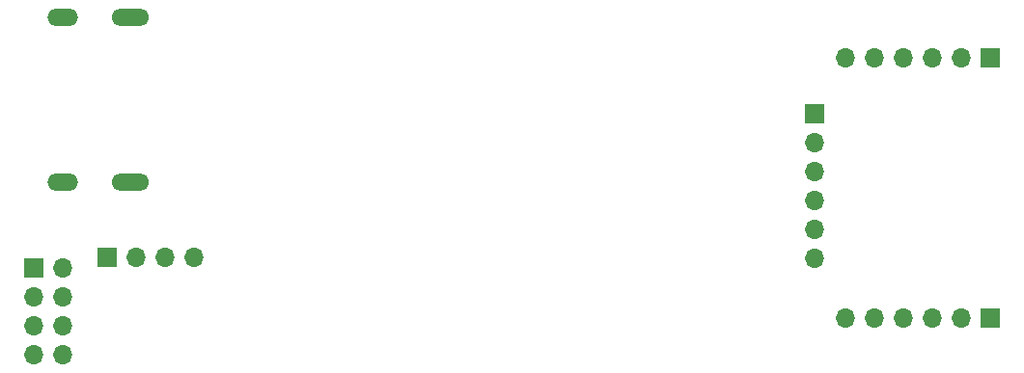
<source format=gbs>
G04 #@! TF.GenerationSoftware,KiCad,Pcbnew,8.0.3*
G04 #@! TF.CreationDate,2024-06-19T18:32:56+02:00*
G04 #@! TF.ProjectId,koyomi-hdmi-lvds,6b6f796f-6d69-42d6-9864-6d692d6c7664,rev?*
G04 #@! TF.SameCoordinates,Original*
G04 #@! TF.FileFunction,Soldermask,Bot*
G04 #@! TF.FilePolarity,Negative*
%FSLAX46Y46*%
G04 Gerber Fmt 4.6, Leading zero omitted, Abs format (unit mm)*
G04 Created by KiCad (PCBNEW 8.0.3) date 2024-06-19 18:32:56*
%MOMM*%
%LPD*%
G01*
G04 APERTURE LIST*
%ADD10R,1.700000X1.700000*%
%ADD11O,1.700000X1.700000*%
%ADD12O,2.700000X1.500000*%
%ADD13O,3.300000X1.500000*%
G04 APERTURE END LIST*
D10*
X68270000Y-71335000D03*
D11*
X70810000Y-71335000D03*
X68270000Y-73875000D03*
X70810000Y-73875000D03*
X68270000Y-76415000D03*
X70810000Y-76415000D03*
X68270000Y-78955000D03*
X70810000Y-78955000D03*
D12*
X70750000Y-63820000D03*
X70750000Y-49320000D03*
D13*
X76710000Y-63820000D03*
X76710000Y-49320000D03*
D10*
X74670000Y-70410000D03*
D11*
X77210000Y-70410000D03*
X79750000Y-70410000D03*
X82290000Y-70410000D03*
X136770000Y-67995000D03*
X136770000Y-70535000D03*
X149610000Y-52875000D03*
D10*
X152150000Y-52875000D03*
D11*
X144530000Y-52875000D03*
X141990000Y-52875000D03*
X139450000Y-52875000D03*
X136770000Y-60375000D03*
X136770000Y-62915000D03*
X136770000Y-65455000D03*
X139450000Y-75775000D03*
X141990000Y-75775000D03*
X144530000Y-75775000D03*
X147070000Y-75775000D03*
X149610000Y-75775000D03*
D10*
X152150000Y-75775000D03*
X136770000Y-57835000D03*
D11*
X147070000Y-52875000D03*
M02*

</source>
